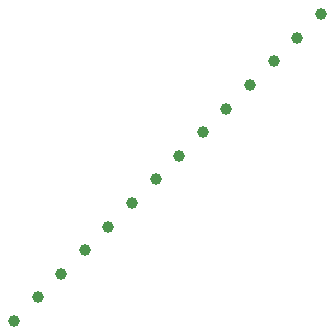
<source format=gbr>
G04 Examples for testing time performance of Gerber parsers*
%FSLAX26Y26*%
%MOMM*%
%ADD10C,1*%
%LPD*%
D10*
X0Y0D03*
X2000000Y2000000D03*
X4000000Y4000000D03*
X6000000Y6000000D03*
X8000000Y8000000D03*
X10000000Y10000000D03*
X12000000Y12000000D03*
X14000000Y14000000D03*
X16000000Y16000000D03*
X18000000Y18000000D03*
X20000000Y20000000D03*
X22000000Y22000000D03*
X24000000Y24000000D03*
X26000000Y26000000D03*
M02*

</source>
